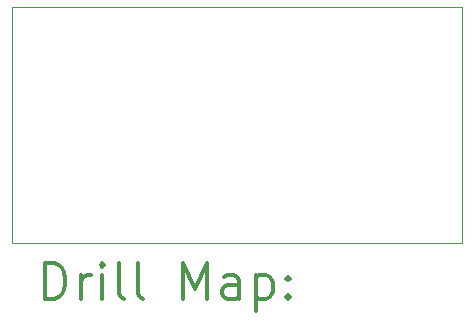
<source format=gbr>
%FSLAX45Y45*%
G04 Gerber Fmt 4.5, Leading zero omitted, Abs format (unit mm)*
G04 Created by KiCad (PCBNEW 5.1.5+dfsg1-2build2) date 2023-02-26 20:32:55*
%MOMM*%
%LPD*%
G04 APERTURE LIST*
%TA.AperFunction,Profile*%
%ADD10C,0.050000*%
%TD*%
%ADD11C,0.200000*%
%ADD12C,0.300000*%
G04 APERTURE END LIST*
D10*
X15030000Y-10002000D02*
X15030000Y-8002000D01*
X18840000Y-10002000D02*
X15030000Y-10002000D01*
X18840000Y-8002000D02*
X18840000Y-10002000D01*
X15030000Y-8002000D02*
X18840000Y-8002000D01*
D11*
D12*
X15313928Y-10470214D02*
X15313928Y-10170214D01*
X15385357Y-10170214D01*
X15428214Y-10184500D01*
X15456786Y-10213072D01*
X15471071Y-10241643D01*
X15485357Y-10298786D01*
X15485357Y-10341643D01*
X15471071Y-10398786D01*
X15456786Y-10427357D01*
X15428214Y-10455929D01*
X15385357Y-10470214D01*
X15313928Y-10470214D01*
X15613928Y-10470214D02*
X15613928Y-10270214D01*
X15613928Y-10327357D02*
X15628214Y-10298786D01*
X15642500Y-10284500D01*
X15671071Y-10270214D01*
X15699643Y-10270214D01*
X15799643Y-10470214D02*
X15799643Y-10270214D01*
X15799643Y-10170214D02*
X15785357Y-10184500D01*
X15799643Y-10198786D01*
X15813928Y-10184500D01*
X15799643Y-10170214D01*
X15799643Y-10198786D01*
X15985357Y-10470214D02*
X15956786Y-10455929D01*
X15942500Y-10427357D01*
X15942500Y-10170214D01*
X16142500Y-10470214D02*
X16113928Y-10455929D01*
X16099643Y-10427357D01*
X16099643Y-10170214D01*
X16485357Y-10470214D02*
X16485357Y-10170214D01*
X16585357Y-10384500D01*
X16685357Y-10170214D01*
X16685357Y-10470214D01*
X16956786Y-10470214D02*
X16956786Y-10313072D01*
X16942500Y-10284500D01*
X16913928Y-10270214D01*
X16856786Y-10270214D01*
X16828214Y-10284500D01*
X16956786Y-10455929D02*
X16928214Y-10470214D01*
X16856786Y-10470214D01*
X16828214Y-10455929D01*
X16813928Y-10427357D01*
X16813928Y-10398786D01*
X16828214Y-10370214D01*
X16856786Y-10355929D01*
X16928214Y-10355929D01*
X16956786Y-10341643D01*
X17099643Y-10270214D02*
X17099643Y-10570214D01*
X17099643Y-10284500D02*
X17128214Y-10270214D01*
X17185357Y-10270214D01*
X17213928Y-10284500D01*
X17228214Y-10298786D01*
X17242500Y-10327357D01*
X17242500Y-10413072D01*
X17228214Y-10441643D01*
X17213928Y-10455929D01*
X17185357Y-10470214D01*
X17128214Y-10470214D01*
X17099643Y-10455929D01*
X17371071Y-10441643D02*
X17385357Y-10455929D01*
X17371071Y-10470214D01*
X17356786Y-10455929D01*
X17371071Y-10441643D01*
X17371071Y-10470214D01*
X17371071Y-10284500D02*
X17385357Y-10298786D01*
X17371071Y-10313072D01*
X17356786Y-10298786D01*
X17371071Y-10284500D01*
X17371071Y-10313072D01*
M02*

</source>
